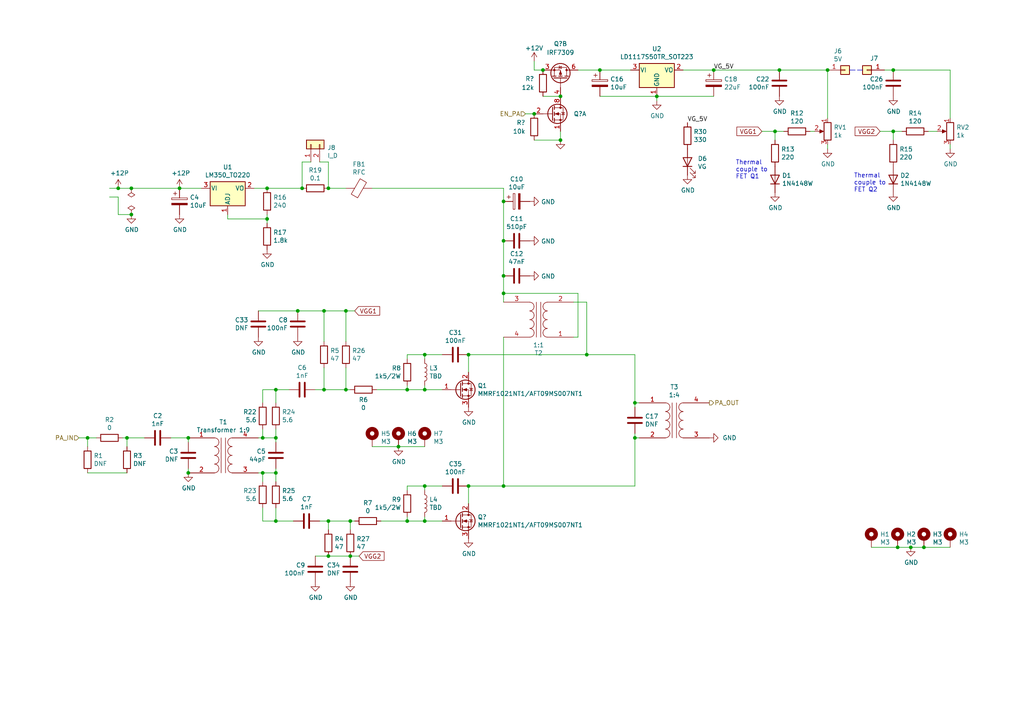
<source format=kicad_sch>
(kicad_sch (version 20211123) (generator eeschema)
  (paper "A4")
  (title_block (title "DART-70 TRX") (date "2023-01-22") (rev "0") (company "HB9EGM") (comment 1 "A 4m Band SSB/CW Transceiver"))
  (lib_symbols
    (symbol "AFT09MS007NT1-Pushpull-rescue:CP-Device" (pin_numbers hide) (pin_names (offset 0.254))
      (property "Reference" "C" (at 0.635 2.54 0))
      (property "Value" "CP-Device" (at 0.635 -2.54 0))
      (symbol "CP-Device_0_1"
        (rectangle (start -2.286 0.508) (end 2.286 1.016))
        (polyline (pts (xy -1.778 2.286) (xy -0.762 2.286)))
        (polyline (pts (xy -1.27 2.794) (xy -1.27 1.778)))
        (rectangle (start 2.286 -0.508) (end -2.286 -1.016) (fill (type outline)))
      )
      (symbol "CP-Device_1_1"
        (pin passive line (at 0 3.81 270) (length 2.794) (name "~") (number "1"))
        (pin passive line (at 0 -3.81 90) (length 2.794) (name "~") (number "2"))
      )
    )
    (symbol "AFT09MS007NT1-Pushpull-rescue:Ferrite_Bead-Device" (pin_numbers hide) (pin_names (offset 0))
      (property "Reference" "FB" (at -3.81 0.635 90))
      (property "Value" "Ferrite_Bead-Device" (at 3.81 0 90))
      (symbol "Ferrite_Bead-Device_0_1"
        (polyline (pts (xy 0 -1.27) (xy 0 -1.2192)))
        (polyline (pts (xy 0 1.27) (xy 0 1.2954)))
        (polyline (pts (xy -2.7686 0.4064) (xy -1.7018 2.2606) (xy 2.7686 -0.3048) (xy 1.6764 -2.159) (xy -2.7686 0.4064)))
      )
      (symbol "Ferrite_Bead-Device_1_1"
        (pin passive line (at 0 3.81 270) (length 2.54) (name "~") (number "1"))
        (pin passive line (at 0 -3.81 90) (length 2.54) (name "~") (number "2"))
      )
    )
    (symbol "AFT09MS007NT1-Pushpull-rescue:R_POT-Device" (pin_names (offset 1.016) hide)
      (property "Reference" "RV" (at -4.445 0 90))
      (property "Value" "R_POT-Device" (at -2.54 0 90))
      (symbol "R_POT-Device_0_1"
        (polyline (pts (xy 2.54 0) (xy 1.524 0)))
        (polyline (pts (xy 1.143 0) (xy 2.286 0.508) (xy 2.286 -0.508) (xy 1.143 0)) (fill (type outline)))
        (rectangle (start 1.016 2.54) (end -1.016 -2.54) (stroke (width 0.254)))
      )
      (symbol "R_POT-Device_1_1"
        (pin passive line (at 0 3.81 270) (length 1.27) (name "1") (number "1"))
        (pin passive line (at 3.81 0 180) (length 1.27) (name "2") (number "2"))
        (pin passive line (at 0 -3.81 90) (length 1.27) (name "3") (number "3"))
      )
    )
    (symbol "Connector_Generic:Conn_01x01" (pin_names (offset 1.016) hide)
      (property "Reference" "J" (at 0 2.54 0))
      (property "Value" "Conn_01x01" (at 0 -2.54 0))
      (symbol "Conn_01x01_1_1"
        (rectangle (start -1.27 0.127) (end 0 -0.127) (stroke (width 0.1524)))
        (rectangle (start -1.27 1.27) (end 1.27 -1.27) (stroke (width 0.254)) (fill (type background)))
        (pin passive line (at -5.08 0 0) (length 3.81) (name "Pin_1") (number "1"))
      )
    )
    (symbol "Connector_Generic:Conn_01x02" (pin_names (offset 1.016) hide)
      (property "Reference" "J" (at 0 2.54 0))
      (property "Value" "Conn_01x02" (at 0 -5.08 0))
      (symbol "Conn_01x02_1_1"
        (rectangle (start -1.27 -2.413) (end 0 -2.667) (stroke (width 0.1524)))
        (rectangle (start -1.27 0.127) (end 0 -0.127) (stroke (width 0.1524)))
        (rectangle (start -1.27 1.27) (end 1.27 -3.81) (stroke (width 0.254)) (fill (type background)))
        (pin passive line (at -5.08 0 0) (length 3.81) (name "Pin_1") (number "1"))
        (pin passive line (at -5.08 -2.54 0) (length 3.81) (name "Pin_2") (number "2"))
      )
    )
    (symbol "Device:C" (pin_numbers hide) (pin_names (offset 0.254))
      (property "Reference" "C" (at 0.635 2.54 0))
      (property "Value" "C" (at 0.635 -2.54 0))
      (symbol "C_0_1"
        (polyline (pts (xy -2.032 -0.762) (xy 2.032 -0.762)) (stroke (width 0.508)))
        (polyline (pts (xy -2.032 0.762) (xy 2.032 0.762)) (stroke (width 0.508)))
      )
      (symbol "C_1_1"
        (pin passive line (at 0 3.81 270) (length 2.794) (name "~") (number "1"))
        (pin passive line (at 0 -3.81 90) (length 2.794) (name "~") (number "2"))
      )
    )
    (symbol "Device:L" (pin_numbers hide) (pin_names (offset 1.016) hide)
      (property "Reference" "L" (at -1.27 0 90))
      (property "Value" "L" (at 1.905 0 90))
      (symbol "L_0_1"
        (arc (start 0 -2.54) (mid 0.635 -1.905) (end 0 -1.27))
        (arc (start 0 -1.27) (mid 0.635 -0.635) (end 0 0))
        (arc (start 0 0) (mid 0.635 0.635) (end 0 1.27))
        (arc (start 0 1.27) (mid 0.635 1.905) (end 0 2.54))
      )
      (symbol "L_1_1"
        (pin passive line (at 0 3.81 270) (length 1.27) (name "1") (number "1"))
        (pin passive line (at 0 -3.81 90) (length 1.27) (name "2") (number "2"))
      )
    )
    (symbol "Device:LED" (pin_numbers hide) (pin_names (offset 1.016) hide)
      (property "Reference" "D" (at 0 2.54 0))
      (property "Value" "LED" (at 0 -2.54 0))
      (symbol "LED_0_1"
        (polyline (pts (xy -1.27 -1.27) (xy -1.27 1.27)) (stroke (width 0.254)))
        (polyline (pts (xy -1.27 0) (xy 1.27 0)))
        (polyline (pts (xy 1.27 -1.27) (xy 1.27 1.27) (xy -1.27 0) (xy 1.27 -1.27)) (stroke (width 0.254)))
        (polyline (pts (xy -3.048 -0.762) (xy -4.572 -2.286) (xy -3.81 -2.286) (xy -4.572 -2.286) (xy -4.572 -1.524)))
        (polyline (pts (xy -1.778 -0.762) (xy -3.302 -2.286) (xy -2.54 -2.286) (xy -3.302 -2.286) (xy -3.302 -1.524)))
      )
      (symbol "LED_1_1"
        (pin passive line (at -3.81 0 0) (length 2.54) (name "K") (number "1"))
        (pin passive line (at 3.81 0 180) (length 2.54) (name "A") (number "2"))
      )
    )
    (symbol "Device:Q_NMOS_GDS" (pin_names (offset 0) hide)
      (property "Reference" "Q" (at 5.08 1.27 0))
      (property "Value" "Q_NMOS_GDS" (at 5.08 -1.27 0))
      (symbol "Q_NMOS_GDS_0_1"
        (polyline (pts (xy 0.254 0) (xy -2.54 0)))
        (polyline (pts (xy 0.254 1.905) (xy 0.254 -1.905)) (stroke (width 0.254)))
        (polyline (pts (xy 0.762 -1.27) (xy 0.762 -2.286)) (stroke (width 0.254)))
        (polyline (pts (xy 0.762 0.508) (xy 0.762 -0.508)) (stroke (width 0.254)))
        (polyline (pts (xy 0.762 2.286) (xy 0.762 1.27)) (stroke (width 0.254)))
        (polyline (pts (xy 2.54 2.54) (xy 2.54 1.778)))
        (polyline (pts (xy 2.54 -2.54) (xy 2.54 0) (xy 0.762 0)))
        (polyline (pts (xy 0.762 -1.778) (xy 3.302 -1.778) (xy 3.302 1.778) (xy 0.762 1.778)))
        (polyline (pts (xy 1.016 0) (xy 2.032 0.381) (xy 2.032 -0.381) (xy 1.016 0)) (fill (type outline)))
        (polyline (pts (xy 2.794 0.508) (xy 2.921 0.381) (xy 3.683 0.381) (xy 3.81 0.254)))
        (polyline (pts (xy 3.302 0.381) (xy 2.921 -0.254) (xy 3.683 -0.254) (xy 3.302 0.381)))
        (circle (center 1.651 0) (radius 2.794) (stroke (width 0.254)))
        (circle (center 2.54 -1.778) (radius 0.254) (fill (type outline)))
        (circle (center 2.54 1.778) (radius 0.254) (fill (type outline)))
      )
      (symbol "Q_NMOS_GDS_1_1"
        (pin input line (at -5.08 0 0) (length 2.54) (name "G") (number "1"))
        (pin passive line (at 2.54 5.08 270) (length 2.54) (name "D") (number "2"))
        (pin passive line (at 2.54 -5.08 90) (length 2.54) (name "S") (number "3"))
      )
    )
    (symbol "Device:R" (pin_numbers hide) (pin_names (offset 0))
      (property "Reference" "R" (at 2.032 0 90))
      (property "Value" "R" (at 0 0 90))
      (symbol "R_0_1"
        (rectangle (start -1.016 -2.54) (end 1.016 2.54) (stroke (width 0.254)))
      )
      (symbol "R_1_1"
        (pin passive line (at 0 3.81 270) (length 1.27) (name "~") (number "1"))
        (pin passive line (at 0 -3.81 90) (length 1.27) (name "~") (number "2"))
      )
    )
    (symbol "Device:Transformer_1P_1S" (pin_names (offset 1.016) hide)
      (property "Reference" "T" (at 0 6.35 0))
      (property "Value" "Transformer_1P_1S" (at 0 -7.62 0))
      (symbol "Transformer_1P_1S_0_1"
        (arc (start -2.54 -5.0546) (mid -1.6599 -4.6901) (end -1.27 -3.81))
        (arc (start -2.54 -2.5146) (mid -1.6599 -2.1501) (end -1.27 -1.27))
        (arc (start -2.54 0.0254) (mid -1.6599 0.3899) (end -1.27 1.27))
        (arc (start -2.54 2.5654) (mid -1.6599 2.9299) (end -1.27 3.81))
        (arc (start -1.27 -3.81) (mid -1.642 -2.912) (end -2.54 -2.54))
        (arc (start -1.27 -1.27) (mid -1.642 -0.372) (end -2.54 0))
        (arc (start -1.27 1.27) (mid -1.642 2.168) (end -2.54 2.54))
        (arc (start -1.27 3.81) (mid -1.642 4.708) (end -2.54 5.08))
        (polyline (pts (xy -0.635 5.08) (xy -0.635 -5.08)))
        (polyline (pts (xy 0.635 -5.08) (xy 0.635 5.08)))
        (arc (start 1.2954 -1.27) (mid 1.6599 -2.1501) (end 2.54 -2.5146))
        (arc (start 1.2954 1.27) (mid 1.6599 0.3899) (end 2.54 0.0254))
        (arc (start 1.2954 3.81) (mid 1.6599 2.9299) (end 2.54 2.5654))
        (arc (start 1.3208 -3.81) (mid 1.6853 -4.6901) (end 2.5654 -5.0546))
        (arc (start 2.54 0) (mid 1.642 -0.372) (end 1.2954 -1.27))
        (arc (start 2.54 2.54) (mid 1.642 2.168) (end 1.2954 1.27))
        (arc (start 2.54 5.08) (mid 1.642 4.708) (end 1.2954 3.81))
        (arc (start 2.5654 -2.54) (mid 1.6674 -2.912) (end 1.3208 -3.81))
      )
      (symbol "Transformer_1P_1S_1_1"
        (pin passive line (at -10.16 5.08 0) (length 7.62) (name "AA") (number "1"))
        (pin passive line (at -10.16 -5.08 0) (length 7.62) (name "AB") (number "2"))
        (pin passive line (at 10.16 -5.08 180) (length 7.62) (name "SA") (number "3"))
        (pin passive line (at 10.16 5.08 180) (length 7.62) (name "SB") (number "4"))
      )
    )
    (symbol "Diode:1N4148W" (pin_numbers hide) (pin_names hide)
      (property "Reference" "D" (at 0 2.54 0))
      (property "Value" "1N4148W" (at 0 -2.54 0))
      (symbol "1N4148W_0_1"
        (polyline (pts (xy -1.27 1.27) (xy -1.27 -1.27)) (stroke (width 0.254)))
        (polyline (pts (xy 1.27 0) (xy -1.27 0)))
        (polyline (pts (xy 1.27 1.27) (xy 1.27 -1.27) (xy -1.27 0) (xy 1.27 1.27)) (stroke (width 0.254)))
      )
      (symbol "1N4148W_1_1"
        (pin passive line (at -3.81 0 0) (length 2.54) (name "K") (number "1"))
        (pin passive line (at 3.81 0 180) (length 2.54) (name "A") (number "2"))
      )
    )
    (symbol "Mechanical:MountingHole_Pad" (pin_numbers hide) (pin_names (offset 1.016) hide)
      (property "Reference" "H" (at 0 6.35 0))
      (property "Value" "MountingHole_Pad" (at 0 4.445 0))
      (symbol "MountingHole_Pad_0_1"
        (circle (center 0 1.27) (radius 1.27) (stroke (width 1.27)))
      )
      (symbol "MountingHole_Pad_1_1"
        (pin input line (at 0 -2.54 90) (length 2.54) (name "1") (number "1"))
      )
    )
    (symbol "Regulator_Linear:LD1117S50TR_SOT223" (pin_names (offset 0.254))
      (property "Reference" "U" (at -3.81 3.175 0))
      (property "Value" "LD1117S50TR_SOT223" (at 0 3.175 0))
      (symbol "LD1117S50TR_SOT223_0_1"
        (rectangle (start -5.08 -5.08) (end 5.08 1.905) (stroke (width 0.254)) (fill (type background)))
      )
      (symbol "LD1117S50TR_SOT223_1_1"
        (pin power_in line (at 0 -7.62 90) (length 2.54) (name "GND") (number "1"))
        (pin power_out line (at 7.62 0 180) (length 2.54) (name "VO") (number "2"))
        (pin power_in line (at -7.62 0 0) (length 2.54) (name "VI") (number "3"))
      )
    )
    (symbol "Regulator_Linear:LM350_TO220" (pin_names (offset 0.254))
      (property "Reference" "U" (at -3.81 3.175 0))
      (property "Value" "LM350_TO220" (at 0 3.175 0))
      (symbol "LM350_TO220_0_1"
        (rectangle (start -5.08 1.905) (end 5.08 -5.08) (stroke (width 0.254)) (fill (type background)))
      )
      (symbol "LM350_TO220_1_1"
        (pin input line (at 0 -7.62 90) (length 2.54) (name "ADJ") (number "1"))
        (pin power_out line (at 7.62 0 180) (length 2.54) (name "VO") (number "2"))
        (pin power_in line (at -7.62 0 0) (length 2.54) (name "VI") (number "3"))
      )
    )
    (symbol "Transistor_FET:IRF7309IPBF" (pin_names hide)
      (property "Reference" "Q" (at 5.08 1.905 0))
      (property "Value" "IRF7309IPBF" (at 5.08 0 0))
      (symbol "IRF7309IPBF_0_1"
        (polyline (pts (xy 0.254 0) (xy -2.54 0)))
        (polyline (pts (xy 0.254 1.905) (xy 0.254 -1.905)) (stroke (width 0.254)))
        (polyline (pts (xy 0.762 -1.27) (xy 0.762 -2.286)) (stroke (width 0.254)))
        (polyline (pts (xy 0.762 0.508) (xy 0.762 -0.508)) (stroke (width 0.254)))
        (polyline (pts (xy 0.762 2.286) (xy 0.762 1.27)) (stroke (width 0.254)))
        (polyline (pts (xy 2.54 2.54) (xy 2.54 1.778)))
        (polyline (pts (xy 2.54 -2.54) (xy 2.54 0) (xy 0.762 0)))
        (polyline (pts (xy 0.762 -1.778) (xy 3.302 -1.778) (xy 3.302 1.778) (xy 0.762 1.778)))
        (circle (center 1.651 0) (radius 2.794) (stroke (width 0.254)))
        (circle (center 2.54 -1.778) (radius 0.254) (fill (type outline)))
        (circle (center 2.54 1.778) (radius 0.254) (fill (type outline)))
      )
      (symbol "IRF7309IPBF_1_1"
        (polyline (pts (xy 1.016 0) (xy 2.032 0.381) (xy 2.032 -0.381) (xy 1.016 0)) (fill (type outline)))
        (polyline (pts (xy 2.794 0.508) (xy 2.921 0.381) (xy 3.683 0.381) (xy 3.81 0.254)))
        (polyline (pts (xy 3.302 0.381) (xy 2.921 -0.254) (xy 3.683 -0.254) (xy 3.302 0.381)))
        (pin passive line (at 2.54 -5.08 90) (length 2.54) (name "S") (number "1"))
        (pin input line (at -5.08 0 0) (length 2.54) (name "G") (number "2"))
        (pin passive line (at 2.54 5.08 270) (length 2.54) hide (name "D") (number "7"))
        (pin passive line (at 2.54 5.08 270) (length 2.54) (name "D") (number "8"))
      )
      (symbol "IRF7309IPBF_2_1"
        (polyline (pts (xy 2.286 0) (xy 1.27 0.381) (xy 1.27 -0.381) (xy 2.286 0)) (fill (type outline)))
        (polyline (pts (xy 2.794 -0.508) (xy 2.921 -0.381) (xy 3.683 -0.381) (xy 3.81 -0.254)))
        (polyline (pts (xy 3.302 -0.381) (xy 2.921 0.254) (xy 3.683 0.254) (xy 3.302 -0.381)))
        (pin passive line (at 2.54 -5.08 90) (length 2.54) (name "1") (number "3"))
        (pin input line (at -5.08 0 0) (length 2.54) (name "G") (number "4"))
        (pin passive line (at 2.54 5.08 270) (length 2.54) hide (name "D") (number "5"))
        (pin passive line (at 2.54 5.08 270) (length 2.54) (name "D") (number "6"))
      )
    )
    (symbol "power:+12P" (power) (pin_names (offset 0))
      (property "Value" "+12P" (at 0 3.556 0))
      (symbol "+12P_0_1"
        (polyline (pts (xy -0.762 1.27) (xy 0 2.54)))
        (polyline (pts (xy 0 0) (xy 0 2.54)))
        (polyline (pts (xy 0 2.54) (xy 0.762 1.27)))
      )
      (symbol "+12P_1_1"
        (pin power_in line (at 0 0 90) (length 0) hide (name "+12P") (number "1"))
      )
    )
    (symbol "power:+12V" (power) (pin_names (offset 0))
      (property "Value" "+12V" (at 0 3.556 0))
      (symbol "+12V_0_1"
        (polyline (pts (xy -0.762 1.27) (xy 0 2.54)))
        (polyline (pts (xy 0 0) (xy 0 2.54)))
        (polyline (pts (xy 0 2.54) (xy 0.762 1.27)))
      )
      (symbol "+12V_1_1"
        (pin power_in line (at 0 0 90) (length 0) hide (name "+12V") (number "1"))
      )
    )
    (symbol "power:GND" (power) (pin_names (offset 0))
      (property "Value" "GND" (at 0 -3.81 0))
      (symbol "GND_0_1"
        (polyline (pts (xy 0 0) (xy 0 -1.27) (xy 1.27 -1.27) (xy 0 -2.54) (xy -1.27 -1.27) (xy 0 -1.27)))
      )
      (symbol "GND_1_1"
        (pin power_in line (at 0 0 270) (length 0) hide (name "GND") (number "1"))
      )
    )
    (symbol "power:GNDA" (power) (pin_names (offset 0))
      (property "Value" "GNDA" (at 0 -3.81 0))
      (symbol "GNDA_0_1"
        (polyline (pts (xy 0 0) (xy 0 -1.27) (xy 1.27 -1.27) (xy 0 -2.54) (xy -1.27 -1.27) (xy 0 -1.27)))
      )
      (symbol "GNDA_1_1"
        (pin power_in line (at 0 0 270) (length 0) hide (name "GNDA") (number "1"))
      )
    )
    (symbol "power:PWR_FLAG" (power) (pin_numbers hide) (pin_names (offset 0) hide)
      (property "Value" "PWR_FLAG" (at 0 3.81 0))
      (symbol "PWR_FLAG_0_0"
        (pin power_out line (at 0 0 90) (length 0) (name "pwr") (number "1"))
      )
      (symbol "PWR_FLAG_0_1"
        (polyline (pts (xy 0 0) (xy 0 1.27) (xy -1.016 1.905) (xy 0 2.54) (xy 1.016 1.905) (xy 0 1.27)))
      )
    )
  )
  (junction (at 259.08 20.32))
  (junction (at 100.33 113.03))
  (junction (at 118.11 113.03))
  (junction (at 146.05 140.97))
  (junction (at 87.63 54.61))
  (junction (at 260.35 158.75))
  (junction (at 184.15 116.84))
  (junction (at 154.94 33.02))
  (junction (at 93.98 90.17))
  (junction (at 146.05 58.42))
  (junction (at 162.56 40.64))
  (junction (at 86.36 90.17))
  (junction (at 190.5 27.94))
  (junction (at 264.16 158.75))
  (junction (at 115.57 129.54))
  (junction (at 36.83 127))
  (junction (at 100.33 90.17))
  (junction (at 146.05 80.01))
  (junction (at 259.08 38.1))
  (junction (at 240.03 20.32))
  (junction (at 170.18 102.87))
  (junction (at 135.89 140.97))
  (junction (at 184.15 127))
  (junction (at 80.01 113.03))
  (junction (at 54.61 137.16))
  (junction (at 123.19 102.87))
  (junction (at 123.19 151.13))
  (junction (at 118.11 151.13))
  (junction (at 34.29 54.61))
  (junction (at 224.79 38.1))
  (junction (at 80.01 137.16))
  (junction (at 95.25 54.61))
  (junction (at 95.25 151.13))
  (junction (at 267.97 158.75))
  (junction (at 76.2 137.16))
  (junction (at 135.89 102.87))
  (junction (at 146.05 69.85))
  (junction (at 38.1 54.61))
  (junction (at 80.01 151.13))
  (junction (at 93.98 113.03))
  (junction (at 77.47 63.5))
  (junction (at 52.07 54.61))
  (junction (at 123.19 113.03))
  (junction (at 95.25 161.29))
  (junction (at 157.48 20.32))
  (junction (at 54.61 127))
  (junction (at 207.01 20.32))
  (junction (at 146.05 85.09))
  (junction (at 101.6 161.29))
  (junction (at 173.99 20.32))
  (junction (at 25.4 127))
  (junction (at 77.47 54.61))
  (junction (at 226.06 20.32))
  (junction (at 80.01 127))
  (junction (at 38.1 62.23))
  (junction (at 162.56 27.94))
  (junction (at 101.6 151.13))
  (junction (at 123.19 140.97))
  (junction (at 76.2 127))
  (wire (pts (xy 100.33 99.06) (xy 100.33 90.17)))
  (wire (pts (xy 93.98 113.03) (xy 93.98 106.68)))
  (wire (pts (xy 166.37 87.63) (xy 170.18 87.63)))
  (wire (pts (xy 80.01 124.46) (xy 80.01 127)))
  (wire (pts (xy 34.29 57.15) (xy 31.75 57.15)))
  (wire (pts (xy 76.2 139.7) (xy 76.2 137.16)))
  (wire (pts (xy 101.6 151.13) (xy 95.25 151.13)))
  (wire (pts (xy 76.2 137.16) (xy 74.93 137.16)))
  (wire (pts (xy 80.01 139.7) (xy 80.01 137.16)))
  (wire (pts (xy 146.05 97.79) (xy 146.05 140.97)))
  (wire (pts (xy 123.19 140.97) (xy 118.11 140.97)))
  (wire (pts (xy 83.82 113.03) (xy 80.01 113.03)))
  (wire (pts (xy 259.08 38.1) (xy 261.62 38.1)))
  (wire (pts (xy 198.12 20.32) (xy 207.01 20.32)))
  (wire (pts (xy 135.89 140.97) (xy 146.05 140.97)))
  (wire (pts (xy 100.33 113.03) (xy 101.6 113.03)))
  (wire (pts (xy 146.05 54.61) (xy 146.05 58.42)))
  (wire (pts (xy 152.4 33.02) (xy 154.94 33.02)))
  (wire (pts (xy 275.59 34.29) (xy 275.59 20.32)))
  (wire (pts (xy 184.15 125.73) (xy 184.15 127)))
  (wire (pts (xy 123.19 113.03) (xy 128.27 113.03)))
  (wire (pts (xy 95.25 161.29) (xy 101.6 161.29)))
  (wire (pts (xy 101.6 161.29) (xy 104.14 161.29)))
  (wire (pts (xy 260.35 158.75) (xy 264.16 158.75)))
  (wire (pts (xy 93.98 99.06) (xy 93.98 90.17)))
  (wire (pts (xy 184.15 116.84) (xy 184.15 118.11)))
  (wire (pts (xy 157.48 27.94) (xy 162.56 27.94)))
  (wire (pts (xy 92.71 46.99) (xy 95.25 46.99)))
  (wire (pts (xy 123.19 111.76) (xy 123.19 113.03)))
  (wire (pts (xy 173.99 20.32) (xy 167.64 20.32)))
  (wire (pts (xy 118.11 111.76) (xy 118.11 113.03)))
  (wire (pts (xy 123.19 104.14) (xy 123.19 102.87)))
  (wire (pts (xy 102.87 90.17) (xy 100.33 90.17)))
  (wire (pts (xy 128.27 140.97) (xy 123.19 140.97)))
  (wire (pts (xy 162.56 38.1) (xy 162.56 40.64)))
  (wire (pts (xy 34.29 57.15) (xy 34.29 62.23)))
  (wire (pts (xy 76.2 113.03) (xy 80.01 113.03)))
  (wire (pts (xy 52.07 54.61) (xy 58.42 54.61)))
  (wire (pts (xy 80.01 127) (xy 76.2 127)))
  (wire (pts (xy 34.29 54.61) (xy 38.1 54.61)))
  (wire (pts (xy 22.86 127) (xy 25.4 127)))
  (wire (pts (xy 166.37 97.79) (xy 167.64 97.79)))
  (wire (pts (xy 36.83 129.54) (xy 36.83 127)))
  (wire (pts (xy 25.4 127) (xy 27.94 127)))
  (wire (pts (xy 93.98 90.17) (xy 86.36 90.17)))
  (wire (pts (xy 267.97 158.75) (xy 275.59 158.75)))
  (wire (pts (xy 66.04 63.5) (xy 77.47 63.5)))
  (wire (pts (xy 80.01 135.89) (xy 80.01 137.16)))
  (wire (pts (xy 173.99 27.94) (xy 190.5 27.94)))
  (wire (pts (xy 162.56 40.64) (xy 154.94 40.64)))
  (wire (pts (xy 66.04 63.5) (xy 66.04 62.23)))
  (wire (pts (xy 73.66 54.61) (xy 77.47 54.61)))
  (wire (pts (xy 107.95 54.61) (xy 146.05 54.61)))
  (wire (pts (xy 256.54 20.32) (xy 259.08 20.32)))
  (wire (pts (xy 36.83 137.16) (xy 25.4 137.16)))
  (wire (pts (xy 259.08 40.64) (xy 259.08 38.1)))
  (wire (pts (xy 123.19 151.13) (xy 128.27 151.13)))
  (wire (pts (xy 100.33 90.17) (xy 93.98 90.17)))
  (wire (pts (xy 49.53 127) (xy 54.61 127)))
  (wire (pts (xy 80.01 113.03) (xy 80.01 116.84)))
  (polyline (pts (xy 246.38 20.32) (xy 250.19 20.32)))
  (wire (pts (xy 95.25 54.61) (xy 95.25 46.99)))
  (wire (pts (xy 123.19 142.24) (xy 123.19 140.97)))
  (wire (pts (xy 135.89 107.95) (xy 135.89 102.87)))
  (wire (pts (xy 264.16 158.75) (xy 267.97 158.75)))
  (wire (pts (xy 80.01 137.16) (xy 76.2 137.16)))
  (wire (pts (xy 240.03 34.29) (xy 240.03 20.32)))
  (wire (pts (xy 224.79 40.64) (xy 224.79 38.1)))
  (wire (pts (xy 101.6 153.67) (xy 101.6 151.13)))
  (wire (pts (xy 123.19 102.87) (xy 118.11 102.87)))
  (wire (pts (xy 54.61 135.89) (xy 54.61 137.16)))
  (wire (pts (xy 35.56 127) (xy 36.83 127)))
  (wire (pts (xy 76.2 116.84) (xy 76.2 113.03)))
  (wire (pts (xy 76.2 127) (xy 74.93 127)))
  (wire (pts (xy 95.25 54.61) (xy 100.33 54.61)))
  (wire (pts (xy 207.01 20.32) (xy 226.06 20.32)))
  (wire (pts (xy 91.44 161.29) (xy 95.25 161.29)))
  (wire (pts (xy 115.57 129.54) (xy 123.19 129.54)))
  (wire (pts (xy 109.22 113.03) (xy 118.11 113.03)))
  (wire (pts (xy 275.59 43.18) (xy 275.59 41.91)))
  (wire (pts (xy 76.2 124.46) (xy 76.2 127)))
  (wire (pts (xy 190.5 27.94) (xy 207.01 27.94)))
  (wire (pts (xy 118.11 151.13) (xy 123.19 151.13)))
  (wire (pts (xy 118.11 149.86) (xy 118.11 151.13)))
  (wire (pts (xy 135.89 102.87) (xy 170.18 102.87)))
  (wire (pts (xy 118.11 113.03) (xy 123.19 113.03)))
  (wire (pts (xy 252.73 158.75) (xy 260.35 158.75)))
  (wire (pts (xy 269.24 38.1) (xy 271.78 38.1)))
  (wire (pts (xy 224.79 38.1) (xy 220.98 38.1)))
  (wire (pts (xy 128.27 102.87) (xy 123.19 102.87)))
  (wire (pts (xy 80.01 128.27) (xy 80.01 127)))
  (wire (pts (xy 77.47 64.77) (xy 77.47 63.5)))
  (wire (pts (xy 77.47 63.5) (xy 77.47 62.23)))
  (wire (pts (xy 34.29 54.61) (xy 31.75 54.61)))
  (wire (pts (xy 76.2 151.13) (xy 76.2 147.32)))
  (wire (pts (xy 240.03 43.18) (xy 240.03 41.91)))
  (wire (pts (xy 184.15 127) (xy 185.42 127)))
  (wire (pts (xy 227.33 38.1) (xy 224.79 38.1)))
  (wire (pts (xy 146.05 80.01) (xy 146.05 85.09)))
  (wire (pts (xy 190.5 29.21) (xy 190.5 27.94)))
  (wire (pts (xy 25.4 129.54) (xy 25.4 127)))
  (wire (pts (xy 36.83 127) (xy 41.91 127)))
  (wire (pts (xy 255.27 38.1) (xy 259.08 38.1)))
  (wire (pts (xy 135.89 140.97) (xy 135.89 146.05)))
  (wire (pts (xy 93.98 113.03) (xy 100.33 113.03)))
  (wire (pts (xy 167.64 97.79) (xy 167.64 85.09)))
  (wire (pts (xy 95.25 153.67) (xy 95.25 151.13)))
  (wire (pts (xy 77.47 54.61) (xy 87.63 54.61)))
  (wire (pts (xy 154.94 17.78) (xy 154.94 20.32)))
  (wire (pts (xy 184.15 116.84) (xy 184.15 102.87)))
  (wire (pts (xy 167.64 85.09) (xy 146.05 85.09)))
  (wire (pts (xy 95.25 151.13) (xy 92.71 151.13)))
  (wire (pts (xy 102.87 151.13) (xy 101.6 151.13)))
  (wire (pts (xy 154.94 20.32) (xy 157.48 20.32)))
  (wire (pts (xy 184.15 140.97) (xy 184.15 127)))
  (wire (pts (xy 170.18 87.63) (xy 170.18 102.87)))
  (wire (pts (xy 146.05 140.97) (xy 184.15 140.97)))
  (wire (pts (xy 184.15 102.87) (xy 170.18 102.87)))
  (wire (pts (xy 275.59 20.32) (xy 259.08 20.32)))
  (wire (pts (xy 146.05 85.09) (xy 146.05 87.63)))
  (wire (pts (xy 107.95 129.54) (xy 115.57 129.54)))
  (wire (pts (xy 80.01 151.13) (xy 80.01 147.32)))
  (wire (pts (xy 240.03 20.32) (xy 226.06 20.32)))
  (wire (pts (xy 54.61 128.27) (xy 54.61 127)))
  (wire (pts (xy 234.95 38.1) (xy 236.22 38.1)))
  (wire (pts (xy 118.11 102.87) (xy 118.11 104.14)))
  (wire (pts (xy 146.05 58.42) (xy 146.05 69.85)))
  (wire (pts (xy 118.11 140.97) (xy 118.11 142.24)))
  (wire (pts (xy 110.49 151.13) (xy 118.11 151.13)))
  (wire (pts (xy 173.99 20.32) (xy 182.88 20.32)))
  (wire (pts (xy 185.42 116.84) (xy 184.15 116.84)))
  (wire (pts (xy 38.1 54.61) (xy 52.07 54.61)))
  (wire (pts (xy 100.33 106.68) (xy 100.33 113.03)))
  (wire (pts (xy 146.05 69.85) (xy 146.05 80.01)))
  (wire (pts (xy 90.17 46.99) (xy 87.63 46.99)))
  (wire (pts (xy 85.09 151.13) (xy 80.01 151.13)))
  (wire (pts (xy 80.01 151.13) (xy 76.2 151.13)))
  (wire (pts (xy 123.19 149.86) (xy 123.19 151.13)))
  (wire (pts (xy 87.63 46.99) (xy 87.63 54.61)))
  (wire (pts (xy 34.29 62.23) (xy 38.1 62.23)))
  (wire (pts (xy 91.44 113.03) (xy 93.98 113.03)))
  (wire (pts (xy 74.93 90.17) (xy 86.36 90.17)))
  (text "Thermal\ncouple to\nFET Q2" (at 247.65 55.88 0) (effects (font (size 1.27 1.27)) (justify left bottom)))
  (text "Thermal\ncouple to\nFET Q1" (at 213.36 52.07 0) (effects (font (size 1.27 1.27)) (justify left bottom)))
  (text "TODO\nReview passives' values for 70MHz" (at 12.7 -3.81 0) (effects (font (size 3 3)) (justify left bottom)))
  (label "VG_5V" (at 207.01 20.32 0))
  (label "VG_5V" (at 199.39 35.56 0))
  (global_label "VGG2" (shape input) (at 104.14 161.29 0) (property "Intersheet References" "${INTERSHEET_REFS}" (effects hide)))
  (global_label "VGG1" (shape input) (at 102.87 90.17 0) (property "Intersheet References" "${INTERSHEET_REFS}" (effects hide)))
  (global_label "VGG2" (shape input) (at 255.27 38.1 180) (property "Intersheet References" "${INTERSHEET_REFS}" (effects hide)))
  (global_label "VGG1" (shape input) (at 220.98 38.1 180) (property "Intersheet References" "${INTERSHEET_REFS}" (effects hide)))
  (hierarchical_label "EN_PA" (shape input) (at 152.4 33.02 180))
  (hierarchical_label "PA_OUT" (shape output) (at 205.74 116.84 0))
  (hierarchical_label "PA_IN" (shape input) (at 22.86 127 180))
  (symbol (lib_id "Device:R") (at 224.79 44.45 0) (unit 1)
    (property "Reference" "R13" (at 226.568 43.2816 0) (effects (justify left)))
    (property "Value" "220" (at 226.568 45.593 0) (effects (justify left)))
    (property "Footprint" "Resistor_SMD:R_0805_2012Metric" (effects hide))
  )
  (symbol (lib_id "Device:Transformer_1P_1S") (at 195.58 121.92 0) (unit 1)
    (property "Reference" "T3" (at 195.58 112.2426 0))
    (property "Value" "1:4" (at 195.58 114.554 0))
    (property "Footprint" "mmrf1021-pa:four_4mm_pads" (effects hide))
  )
  (symbol (lib_id "power:GND") (at 38.1 62.23 0) (unit 1)
    (property "Reference" "#PWR04" (effects hide))
    (property "Value" "GND" (at 38.227 66.6242 0))
  )
  (symbol (lib_id "Device:C") (at 184.15 121.92 180) (unit 1)
    (property "Reference" "C17" (at 187.071 120.7516 0) (effects (justify right)))
    (property "Value" "DNF" (at 187.071 123.063 0) (effects (justify right)))
    (property "Footprint" "mmrf1021-pa:two_2mm_pads" (effects hide))
  )
  (symbol (lib_id "Device:C") (at 45.72 127 270) (unit 1)
    (property "Reference" "C2" (at 45.72 120.5992 90))
    (property "Value" "1nF" (at 45.72 122.9106 90))
    (property "Footprint" "Capacitor_SMD:C_0805_2012Metric" (effects hide))
    (property "MPN" "VJ0805A102GXXPW1BC" (effects hide))
  )
  (symbol (lib_id "power:PWR_FLAG") (at 38.1 62.23 0) (unit 1)
    (property "Reference" "#FLG02" (effects hide))
    (property "Value" "PWR_FLAG" (effects hide))
  )
  (symbol (lib_id "power:PWR_FLAG") (at 38.1 54.61 180) (unit 1)
    (property "Reference" "#FLG01" (effects hide))
    (property "Value" "PWR_FLAG" (effects hide))
  )
  (symbol (lib_id "AFT09MS007NT1-Pushpull-rescue:R_POT-Device") (at 240.03 38.1 0) (mirror y) (unit 1)
    (property "Reference" "RV1" (at 241.808 36.9316 0) (effects (justify right)))
    (property "Value" "1k" (at 241.808 39.243 0) (effects (justify right)))
    (property "Footprint" "Potentiometer_SMD:Potentiometer_Bourns_3214W_Vertical" (effects hide))
    (property "MPN" "Bourns 3214W-1-102E" (effects hide))
  )
  (symbol (lib_id "Device:C") (at 226.06 24.13 180) (unit 1)
    (property "Reference" "C22" (at 223.1644 22.9616 0) (effects (justify left)))
    (property "Value" "100nF" (at 223.1644 25.273 0) (effects (justify left)))
    (property "Footprint" "Capacitor_SMD:C_0805_2012Metric" (effects hide))
    (property "MPN" "GRM188R71H104KA93D" (effects hide))
  )
  (symbol (lib_id "power:GND") (at 226.06 27.94 0) (unit 1)
    (property "Reference" "#PWR023" (effects hide))
    (property "Value" "GND" (at 226.187 32.3342 0))
  )
  (symbol (lib_id "Mechanical:MountingHole_Pad") (at 252.73 156.21 0) (unit 1)
    (property "Reference" "H1" (at 255.27 154.9654 0) (effects (justify left)))
    (property "Value" "M3" (at 255.27 157.2768 0) (effects (justify left)))
    (property "Footprint" "MountingHole:MountingHole_3.2mm_M3_DIN965_Pad" (effects hide))
  )
  (symbol (lib_id "Mechanical:MountingHole_Pad") (at 260.35 156.21 0) (unit 1)
    (property "Reference" "H2" (at 262.89 154.9654 0) (effects (justify left)))
    (property "Value" "M3" (at 262.89 157.2768 0) (effects (justify left)))
    (property "Footprint" "MountingHole:MountingHole_3.2mm_M3_DIN965_Pad" (effects hide))
  )
  (symbol (lib_id "Mechanical:MountingHole_Pad") (at 267.97 156.21 0) (unit 1)
    (property "Reference" "H3" (at 270.51 154.9654 0) (effects (justify left)))
    (property "Value" "M3" (at 270.51 157.2768 0) (effects (justify left)))
    (property "Footprint" "MountingHole:MountingHole_3.2mm_M3_DIN965_Pad" (effects hide))
  )
  (symbol (lib_id "Mechanical:MountingHole_Pad") (at 275.59 156.21 0) (unit 1)
    (property "Reference" "H4" (at 278.13 154.9654 0) (effects (justify left)))
    (property "Value" "M3" (at 278.13 157.2768 0) (effects (justify left)))
    (property "Footprint" "MountingHole:MountingHole_3.2mm_M3_DIN965_Pad" (effects hide))
  )
  (symbol (lib_id "power:GND") (at 264.16 158.75 0) (unit 1)
    (property "Reference" "#PWR08" (effects hide))
    (property "Value" "GND" (at 264.287 163.1442 0))
  )
  (symbol (lib_id "Diode:1N4148W") (at 224.79 52.07 90) (unit 1)
    (property "Reference" "D1" (at 226.822 50.9016 90) (effects (justify right)))
    (property "Value" "1N4148W" (at 226.822 53.213 90) (effects (justify right)))
    (property "Footprint" "Diode_SMD:D_SOD-123F" (effects hide))
  )
  (symbol (lib_id "power:GND") (at 224.79 55.88 0) (unit 1)
    (property "Reference" "#PWR024" (effects hide))
    (property "Value" "GND" (at 224.917 60.2742 0))
  )
  (symbol (lib_id "Mechanical:MountingHole_Pad") (at 123.19 127 0) (unit 1)
    (property "Reference" "H7" (at 125.73 125.7554 0) (effects (justify left)))
    (property "Value" "M3" (at 125.73 128.0668 0) (effects (justify left)))
    (property "Footprint" "MountingHole:MountingHole_3.2mm_M3_DIN965_Pad" (effects hide))
  )
  (symbol (lib_id "power:+12P") (at 34.29 54.61 0) (unit 1)
    (property "Reference" "#PWR02" (effects hide))
    (property "Value" "+12P" (at 34.671 50.2158 0))
  )
  (symbol (lib_id "Device:R") (at 100.33 102.87 0) (unit 1)
    (property "Reference" "R26" (at 102.108 101.7016 0) (effects (justify left)))
    (property "Value" "47" (at 102.108 104.013 0) (effects (justify left)))
    (property "Footprint" "Resistor_SMD:R_0805_2012Metric" (effects hide))
  )
  (symbol (lib_id "Device:R") (at 101.6 157.48 0) (unit 1)
    (property "Reference" "R27" (at 103.378 156.3116 0) (effects (justify left)))
    (property "Value" "47" (at 103.378 158.623 0) (effects (justify left)))
    (property "Footprint" "Resistor_SMD:R_0805_2012Metric" (effects hide))
  )
  (symbol (lib_id "Device:R") (at 80.01 143.51 0) (unit 1)
    (property "Reference" "R25" (at 81.788 142.3416 0) (effects (justify left)))
    (property "Value" "5.6" (at 81.788 144.653 0) (effects (justify left)))
    (property "Footprint" "Resistor_SMD:R_0805_2012Metric" (effects hide))
  )
  (symbol (lib_id "Device:R") (at 76.2 143.51 0) (unit 1)
    (property "Reference" "R23" (at 74.4474 142.3416 0) (effects (justify right)))
    (property "Value" "5.6" (at 74.4474 144.653 0) (effects (justify right)))
    (property "Footprint" "Resistor_SMD:R_0805_2012Metric" (effects hide))
  )
  (symbol (lib_id "Device:Transformer_1P_1S") (at 64.77 132.08 0) (unit 1)
    (property "Reference" "T1" (at 64.77 122.4026 0))
    (property "Value" "Transformer 1:9" (at 64.77 124.714 0))
    (property "Footprint" "mmrf1021-pa:four_4mm_pads_narrow" (effects hide))
  )
  (symbol (lib_id "power:GND") (at 54.61 137.16 0) (unit 1)
    (property "Reference" "#PWR03" (effects hide))
    (property "Value" "GND" (at 54.737 141.5542 0))
  )
  (symbol (lib_id "Device:C") (at 54.61 132.08 180) (unit 1)
    (property "Reference" "C3" (at 51.7144 130.9116 0) (effects (justify left)))
    (property "Value" "DNF" (at 51.7144 133.223 0) (effects (justify left)))
    (property "Footprint" "Capacitor_SMD:C_0805_2012Metric" (effects hide))
  )
  (symbol (lib_id "Device:R") (at 80.01 120.65 0) (unit 1)
    (property "Reference" "R24" (at 81.788 119.4816 0) (effects (justify left)))
    (property "Value" "5.6" (at 81.788 121.793 0) (effects (justify left)))
    (property "Footprint" "Resistor_SMD:R_0805_2012Metric" (effects hide))
  )
  (symbol (lib_id "Device:R") (at 76.2 120.65 0) (unit 1)
    (property "Reference" "R22" (at 74.4474 119.4816 0) (effects (justify right)))
    (property "Value" "5.6" (at 74.4474 121.793 0) (effects (justify right)))
    (property "Footprint" "Resistor_SMD:R_0805_2012Metric" (effects hide))
  )
  (symbol (lib_id "Device:C") (at 80.01 132.08 180) (unit 1)
    (property "Reference" "C5" (at 77.1144 130.9116 0) (effects (justify left)))
    (property "Value" "44pF" (at 77.1144 133.223 0) (effects (justify left)))
    (property "Footprint" "Capacitor_SMD:C_0805_2012Metric" (effects hide))
  )
  (symbol (lib_id "Device:C") (at 87.63 113.03 90) (unit 1)
    (property "Reference" "C6" (at 87.63 106.6292 90))
    (property "Value" "1nF" (at 87.63 108.9406 90))
    (property "Footprint" "Capacitor_SMD:C_0805_2012Metric" (effects hide))
    (property "MPN" "VJ0805A102GXXPW1BC" (effects hide))
  )
  (symbol (lib_id "Device:C") (at 88.9 151.13 90) (unit 1)
    (property "Reference" "C7" (at 88.9 144.7292 90))
    (property "Value" "1nF" (at 88.9 147.0406 90))
    (property "Footprint" "Capacitor_SMD:C_0805_2012Metric" (effects hide))
    (property "MPN" "VJ0805A102GXXPW1BC" (effects hide))
  )
  (symbol (lib_id "Device:R") (at 93.98 102.87 0) (unit 1)
    (property "Reference" "R5" (at 95.758 101.7016 0) (effects (justify left)))
    (property "Value" "47" (at 95.758 104.013 0) (effects (justify left)))
    (property "Footprint" "Resistor_SMD:R_0805_2012Metric" (effects hide))
  )
  (symbol (lib_id "Device:C") (at 86.36 93.98 180) (unit 1)
    (property "Reference" "C8" (at 83.4644 92.8116 0) (effects (justify left)))
    (property "Value" "100nF" (at 83.4644 95.123 0) (effects (justify left)))
    (property "Footprint" "Capacitor_SMD:C_0805_2012Metric" (effects hide))
    (property "MPN" "GRM188R71H104KA93D" (effects hide))
  )
  (symbol (lib_id "power:GND") (at 86.36 97.79 0) (unit 1)
    (property "Reference" "#PWR06" (effects hide))
    (property "Value" "GND" (at 86.487 102.1842 0))
  )
  (symbol (lib_id "Device:R") (at 95.25 157.48 0) (unit 1)
    (property "Reference" "R4" (at 97.028 156.3116 0) (effects (justify left)))
    (property "Value" "47" (at 97.028 158.623 0) (effects (justify left)))
    (property "Footprint" "Resistor_SMD:R_0805_2012Metric" (effects hide))
  )
  (symbol (lib_id "power:GND") (at 91.44 168.91 0) (unit 1)
    (property "Reference" "#PWR07" (effects hide))
    (property "Value" "GND" (at 91.567 173.3042 0))
  )
  (symbol (lib_id "Device:R") (at 106.68 151.13 270) (unit 1)
    (property "Reference" "R7" (at 106.68 145.8722 90))
    (property "Value" "0" (at 106.68 148.1836 90))
    (property "Footprint" "Resistor_SMD:R_0805_2012Metric" (effects hide))
  )
  (symbol (lib_id "Device:R") (at 105.41 113.03 270) (unit 1)
    (property "Reference" "R6" (at 105.41 115.951 90))
    (property "Value" "0" (at 105.41 118.2624 90))
    (property "Footprint" "Resistor_SMD:R_0805_2012Metric" (effects hide))
  )
  (symbol (lib_id "Device:R") (at 118.11 146.05 0) (unit 1)
    (property "Reference" "R9" (at 116.332 144.8816 0) (effects (justify right)))
    (property "Value" "1k5/2W" (at 116.332 147.193 0) (effects (justify right)))
    (property "Footprint" "Resistor_SMD:R_0805_2012Metric" (effects hide))
  )
  (symbol (lib_id "Device:L") (at 123.19 146.05 0) (unit 1)
    (property "Reference" "L4" (at 124.5108 144.8816 0) (effects (justify left)))
    (property "Value" "TBD" (at 124.5108 147.193 0) (effects (justify left)))
    (property "Footprint" "Inductor_SMD:L_1008_2520Metric" (effects hide))
    (property "MPN" "LQW2UASR47F00L" (effects hide))
  )
  (symbol (lib_id "power:GND") (at 101.6 168.91 0) (unit 1)
    (property "Reference" "#PWR0101" (effects hide))
    (property "Value" "GND" (at 101.727 173.3042 0))
  )
  (symbol (lib_id "Device:C") (at 101.6 165.1 180) (unit 1)
    (property "Reference" "C34" (at 98.7044 163.9316 0) (effects (justify left)))
    (property "Value" "DNF" (at 98.7044 166.243 0) (effects (justify left)))
    (property "Footprint" "Capacitor_SMD:C_0805_2012Metric" (effects hide))
  )
  (symbol (lib_id "power:GND") (at 135.89 156.21 0) (unit 1)
    (property "Reference" "#PWR012" (effects hide))
    (property "Value" "GND" (at 136.017 160.6042 0))
  )
  (symbol (lib_id "Device:Transformer_1P_1S") (at 156.21 92.71 180) (unit 1)
    (property "Reference" "T2" (at 156.21 102.3874 0))
    (property "Value" "1:1" (at 156.21 100.076 0))
    (property "Footprint" "mmrf1021-pa:four_4mm_pads_narrow" (effects hide))
  )
  (symbol (lib_id "Device:C") (at 74.93 93.98 180) (unit 1)
    (property "Reference" "C33" (at 72.0344 92.8116 0) (effects (justify left)))
    (property "Value" "DNF" (at 72.0344 95.123 0) (effects (justify left)))
    (property "Footprint" "Capacitor_SMD:C_0805_2012Metric" (effects hide))
  )
  (symbol (lib_id "Device:Q_NMOS_GDS") (at 133.35 113.03 0) (unit 1)
    (property "Reference" "Q1" (at 138.5316 111.8616 0) (effects (justify left)))
    (property "Value" "MMRF1021NT1/AFT09MS007NT1" (at 138.5316 114.173 0) (effects (justify left)))
    (property "Footprint" "mmrf1021-pa:PLD-1.5W" (effects hide))
  )
  (symbol (lib_id "Mechanical:MountingHole_Pad") (at 107.95 127 0) (unit 1)
    (property "Reference" "H5" (at 110.49 125.7554 0) (effects (justify left)))
    (property "Value" "M3" (at 110.49 128.0668 0) (effects (justify left)))
    (property "Footprint" "MountingHole:MountingHole_3.2mm_M3_DIN965_Pad" (effects hide))
  )
  (symbol (lib_id "Mechanical:MountingHole_Pad") (at 115.57 127 0) (unit 1)
    (property "Reference" "H6" (at 118.11 125.7554 0) (effects (justify left)))
    (property "Value" "M3" (at 118.11 128.0668 0) (effects (justify left)))
    (property "Footprint" "MountingHole:MountingHole_3.2mm_M3_DIN965_Pad" (effects hide))
  )
  (symbol (lib_id "power:GND") (at 115.57 129.54 0) (unit 1)
    (property "Reference" "#PWR09" (effects hide))
    (property "Value" "GND" (at 115.697 133.9342 0))
  )
  (symbol (lib_id "Device:R") (at 118.11 107.95 0) (unit 1)
    (property "Reference" "R8" (at 116.332 106.7816 0) (effects (justify right)))
    (property "Value" "1k5/2W" (at 116.332 109.093 0) (effects (justify right)))
    (property "Footprint" "Resistor_SMD:R_0805_2012Metric" (effects hide))
  )
  (symbol (lib_id "Device:L") (at 123.19 107.95 0) (unit 1)
    (property "Reference" "L3" (at 124.5108 106.7816 0) (effects (justify left)))
    (property "Value" "TBD" (at 124.5108 109.093 0) (effects (justify left)))
    (property "Footprint" "Inductor_SMD:L_1008_2520Metric" (effects hide))
    (property "MPN" "LQW2UASR47F00L" (effects hide))
  )
  (symbol (lib_id "power:GND") (at 135.89 118.11 0) (unit 1)
    (property "Reference" "#PWR011" (effects hide))
    (property "Value" "GND" (at 136.017 122.5042 0))
  )
  (symbol (lib_id "power:GND") (at 74.93 97.79 0) (unit 1)
    (property "Reference" "#PWR0102" (effects hide))
    (property "Value" "GND" (at 75.057 102.1842 0))
  )
  (symbol (lib_id "Device:C") (at 149.86 80.01 270) (mirror x) (unit 1)
    (property "Reference" "C12" (at 149.86 73.6092 90))
    (property "Value" "47nF" (at 149.86 75.9206 90))
    (property "Footprint" "Capacitor_SMD:C_0805_2012Metric" (effects hide))
  )
  (symbol (lib_id "Device:C") (at 149.86 69.85 270) (mirror x) (unit 1)
    (property "Reference" "C11" (at 149.86 63.4492 90))
    (property "Value" "510pF" (at 149.86 65.7606 90))
    (property "Footprint" "Capacitor_SMD:C_0805_2012Metric" (effects hide))
  )
  (symbol (lib_id "power:GND") (at 153.67 80.01 90) (mirror x) (unit 1)
    (property "Reference" "#PWR015" (effects hide))
    (property "Value" "GND" (at 156.9212 80.137 90) (effects (justify right)))
  )
  (symbol (lib_id "power:GND") (at 153.67 69.85 90) (mirror x) (unit 1)
    (property "Reference" "#PWR014" (effects hide))
    (property "Value" "GND" (at 156.9212 69.977 90) (effects (justify right)))
  )
  (symbol (lib_id "AFT09MS007NT1-Pushpull-rescue:CP-Device") (at 149.86 58.42 90) (mirror x) (unit 1)
    (property "Reference" "C10" (at 149.86 51.943 90))
    (property "Value" "10uF" (at 149.86 54.2544 90))
    (property "Footprint" "Capacitor_SMD:C_1210_3225Metric_Pad1.33x2.70mm_HandSolder" (effects hide))
  )
  (symbol (lib_id "power:GND") (at 153.67 58.42 90) (mirror x) (unit 1)
    (property "Reference" "#PWR013" (effects hide))
    (property "Value" "GND" (at 156.9212 58.547 90) (effects (justify right)))
  )
  (symbol (lib_id "AFT09MS007NT1-Pushpull-rescue:Ferrite_Bead-Device") (at 104.14 54.61 90) (unit 1)
    (property "Reference" "FB1" (at 104.14 47.6504 90))
    (property "Value" "RFC" (at 104.14 49.9618 90))
    (property "Footprint" "mmrf1021-pa:large_inductor" (effects hide))
  )
  (symbol (lib_id "AFT09MS007NT1-Pushpull-rescue:CP-Device") (at 173.99 24.13 0) (unit 1)
    (property "Reference" "C16" (at 176.9872 22.9616 0) (effects (justify left)))
    (property "Value" "10uF" (at 176.9872 25.273 0) (effects (justify left)))
    (property "Footprint" "Capacitor_SMD:C_1210_3225Metric_Pad1.33x2.70mm_HandSolder" (effects hide))
  )
  (symbol (lib_id "AFT09MS007NT1-Pushpull-rescue:CP-Device") (at 207.01 24.13 0) (unit 1)
    (property "Reference" "C18" (at 210.0072 22.9616 0) (effects (justify left)))
    (property "Value" "22uF" (at 210.0072 25.273 0) (effects (justify left)))
    (property "Footprint" "Capacitor_SMD:C_1210_3225Metric_Pad1.33x2.70mm_HandSolder" (effects hide))
  )
  (symbol (lib_id "power:GND") (at 190.5 29.21 0) (unit 1)
    (property "Reference" "#PWR022" (effects hide))
    (property "Value" "GND" (at 190.627 33.6042 0))
  )
  (symbol (lib_id "AFT09MS007NT1-Pushpull-rescue:CP-Device") (at 52.07 58.42 0) (unit 1)
    (property "Reference" "C4" (at 55.0672 57.2516 0) (effects (justify left)))
    (property "Value" "10uF" (at 55.0672 59.563 0) (effects (justify left)))
    (property "Footprint" "Capacitor_SMD:C_1210_3225Metric_Pad1.33x2.70mm_HandSolder" (effects hide))
  )
  (symbol (lib_id "Regulator_Linear:LM350_TO220") (at 66.04 54.61 0) (unit 1)
    (property "Reference" "U1" (at 66.04 48.4632 0))
    (property "Value" "LM350_TO220" (at 66.04 50.7746 0))
    (property "Footprint" "mmrf1021-pa:TO-220-3_Vertical_SMD" (effects hide))
    (property "Datasheet" "https://www.onsemi.com/pub/Collateral/LM350-D.pdf" (effects hide))
  )
  (symbol (lib_id "Device:R") (at 77.47 58.42 180) (unit 1)
    (property "Reference" "R16" (at 79.248 57.2516 0) (effects (justify right)))
    (property "Value" "240" (at 79.248 59.563 0) (effects (justify right)))
    (property "Footprint" "Resistor_SMD:R_0805_2012Metric" (effects hide))
  )
  (symbol (lib_id "Device:R") (at 77.47 68.58 180) (unit 1)
    (property "Reference" "R17" (at 79.248 67.4116 0) (effects (justify right)))
    (property "Value" "1.8k" (at 79.248 69.723 0) (effects (justify right)))
    (property "Footprint" "Resistor_SMD:R_0805_2012Metric" (effects hide))
  )
  (symbol (lib_id "power:GND") (at 77.47 72.39 0) (unit 1)
    (property "Reference" "#PWR021" (effects hide))
    (property "Value" "GND" (at 77.597 76.7842 0))
  )
  (symbol (lib_id "power:GND") (at 240.03 43.18 0) (unit 1)
    (property "Reference" "#PWR026" (effects hide))
    (property "Value" "GND" (at 240.157 47.5742 0))
  )
  (symbol (lib_id "Device:R") (at 231.14 38.1 270) (unit 1)
    (property "Reference" "R12" (at 231.14 32.8422 90))
    (property "Value" "120" (at 231.14 35.1536 90))
    (property "Footprint" "Resistor_SMD:R_0805_2012Metric" (effects hide))
  )
  (symbol (lib_id "Device:R") (at 259.08 44.45 0) (unit 1)
    (property "Reference" "R15" (at 260.858 43.2816 0) (effects (justify left)))
    (property "Value" "220" (at 260.858 45.593 0) (effects (justify left)))
    (property "Footprint" "Resistor_SMD:R_0805_2012Metric" (effects hide))
  )
  (symbol (lib_id "AFT09MS007NT1-Pushpull-rescue:R_POT-Device") (at 275.59 38.1 0) (mirror y) (unit 1)
    (property "Reference" "RV2" (at 277.368 36.9316 0) (effects (justify right)))
    (property "Value" "1k" (at 277.368 39.243 0) (effects (justify right)))
    (property "Footprint" "Potentiometer_SMD:Potentiometer_Bourns_3214W_Vertical" (effects hide))
    (property "MPN" "Bourns 3214W-1-102E" (effects hide))
  )
  (symbol (lib_id "Device:C") (at 259.08 24.13 180) (unit 1)
    (property "Reference" "C26" (at 256.1844 22.9616 0) (effects (justify left)))
    (property "Value" "100nF" (at 256.1844 25.273 0) (effects (justify left)))
    (property "Footprint" "Capacitor_SMD:C_0805_2012Metric" (effects hide))
    (property "MPN" "GRM188R71H104KA93D" (effects hide))
  )
  (symbol (lib_id "power:GND") (at 259.08 27.94 0) (unit 1)
    (property "Reference" "#PWR030" (effects hide))
    (property "Value" "GND" (at 259.207 32.3342 0))
  )
  (symbol (lib_id "Diode:1N4148W") (at 259.08 52.07 90) (unit 1)
    (property "Reference" "D2" (at 261.112 50.9016 90) (effects (justify right)))
    (property "Value" "1N4148W" (at 261.112 53.213 90) (effects (justify right)))
    (property "Footprint" "Diode_SMD:D_SOD-123F" (effects hide))
  )
  (symbol (lib_id "power:GND") (at 259.08 55.88 0) (unit 1)
    (property "Reference" "#PWR031" (effects hide))
    (property "Value" "GND" (at 259.207 60.2742 0))
  )
  (symbol (lib_id "power:GND") (at 275.59 43.18 0) (unit 1)
    (property "Reference" "#PWR033" (effects hide))
    (property "Value" "GND" (at 275.717 47.5742 0))
  )
  (symbol (lib_id "Device:R") (at 265.43 38.1 270) (unit 1)
    (property "Reference" "R14" (at 265.43 32.8422 90))
    (property "Value" "120" (at 265.43 35.1536 90))
    (property "Footprint" "Resistor_SMD:R_0805_2012Metric" (effects hide))
  )
  (symbol (lib_id "Device:C") (at 91.44 165.1 180) (unit 1)
    (property "Reference" "C9" (at 88.5444 163.9316 0) (effects (justify left)))
    (property "Value" "100nF" (at 88.5444 166.243 0) (effects (justify left)))
    (property "Footprint" "Capacitor_SMD:C_0805_2012Metric" (effects hide))
    (property "MPN" "GRM188R71H104KA93D" (effects hide))
  )
  (symbol (lib_id "power:GND") (at 52.07 62.23 0) (unit 1)
    (property "Reference" "#PWR010" (effects hide))
    (property "Value" "GND" (at 52.197 66.6242 0))
  )
  (symbol (lib_id "power:+12P") (at 52.07 54.61 0) (unit 1)
    (property "Reference" "#PWR05" (effects hide))
    (property "Value" "+12P" (at 52.451 50.2158 0))
  )
  (symbol (lib_id "Device:R") (at 31.75 127 270) (unit 1)
    (property "Reference" "R2" (at 31.75 121.7422 90))
    (property "Value" "0" (at 31.75 124.0536 90))
    (property "Footprint" "Resistor_SMD:R_0805_2012Metric" (effects hide))
  )
  (symbol (lib_id "Device:R") (at 25.4 133.35 180) (unit 1)
    (property "Reference" "R1" (at 27.178 132.1816 0) (effects (justify right)))
    (property "Value" "DNF" (at 27.178 134.493 0) (effects (justify right)))
    (property "Footprint" "Resistor_SMD:R_0805_2012Metric" (effects hide))
  )
  (symbol (lib_id "Device:R") (at 36.83 133.35 180) (unit 1)
    (property "Reference" "R3" (at 38.608 132.1816 0) (effects (justify right)))
    (property "Value" "DNF" (at 38.608 134.493 0) (effects (justify right)))
    (property "Footprint" "Resistor_SMD:R_0805_2012Metric" (effects hide))
  )
  (symbol (lib_id "Device:R") (at 91.44 54.61 90) (unit 1)
    (property "Reference" "R19" (at 91.44 49.3522 90))
    (property "Value" "0.1" (at 91.44 51.6636 90))
    (property "Footprint" "Resistor_SMD:R_1210_3225Metric_Pad1.30x2.65mm_HandSolder" (effects hide))
  )
  (symbol (lib_id "Connector_Generic:Conn_01x01") (at 245.11 20.32 0) (unit 1)
    (property "Reference" "J6" (at 243.0272 14.8082 0))
    (property "Value" "5V" (at 243.0272 17.1196 0))
    (property "Footprint" "TestPoint:TestPoint_Pad_4.0x4.0mm" (effects hide))
  )
  (symbol (lib_id "Connector_Generic:Conn_01x01") (at 251.46 20.32 180) (unit 1)
    (property "Reference" "J7" (at 253.5428 16.9418 0))
    (property "Value" "5V" (effects hide))
    (property "Footprint" "TestPoint:TestPoint_Pad_4.0x4.0mm" (effects hide))
  )
  (symbol (lib_id "Connector_Generic:Conn_01x02") (at 90.17 41.91 90) (unit 1)
    (property "Reference" "J8" (at 94.9452 42.8244 90) (effects (justify right)))
    (property "Value" "I_D" (at 94.9452 45.1358 90) (effects (justify right)))
    (property "Footprint" "mmrf1021-pa:two_2mm_pads" (effects hide))
  )
  (symbol (lib_id "Device:C") (at 132.08 102.87 90) (unit 1)
    (property "Reference" "C31" (at 132.08 96.4692 90))
    (property "Value" "100nF" (at 132.08 98.7806 90))
    (property "Footprint" "Capacitor_SMD:C_0805_2012Metric" (effects hide))
  )
  (symbol (lib_id "Device:C") (at 132.08 140.97 90) (unit 1)
    (property "Reference" "C35" (at 132.08 134.5692 90))
    (property "Value" "100nF" (at 132.08 136.8806 90))
    (property "Footprint" "Capacitor_SMD:C_0805_2012Metric" (effects hide))
  )
  (symbol (lib_id "Regulator_Linear:LD1117S50TR_SOT223") (at 190.5 20.32 0) (unit 1)
    (property "Reference" "U2" (at 190.5 14.1732 0))
    (property "Value" "LD1117S50TR_SOT223" (at 190.5 16.4846 0))
    (property "Footprint" "Package_TO_SOT_SMD:SOT-223-3_TabPin2" (effects hide))
    (property "Datasheet" "http://www.st.com/st-web-ui/static/active/en/resource/technical/document/datasheet/CD00000544.pdf" (effects hide))
  )
  (symbol (lib_id "Device:R") (at 199.39 39.37 180) (unit 1)
    (property "Reference" "R30" (at 201.168 38.2016 0) (effects (justify right)))
    (property "Value" "330" (at 201.168 40.513 0) (effects (justify right)))
    (property "Footprint" "Resistor_SMD:R_0805_2012Metric" (effects hide))
  )
  (symbol (lib_id "Device:LED") (at 199.39 46.99 90) (unit 1)
    (property "Reference" "D6" (at 202.3872 45.9994 90) (effects (justify right)))
    (property "Value" "VG" (at 202.3872 48.3108 90) (effects (justify right)))
    (property "Footprint" "LED_SMD:LED_1206_3216Metric_Pad1.42x1.75mm_HandSolder" (effects hide))
  )
  (symbol (lib_id "power:GND") (at 199.39 50.8 0) (unit 1)
    (property "Reference" "#PWR043" (effects hide))
    (property "Value" "GND" (at 199.517 55.1942 0))
  )
  (symbol (lib_id "Transistor_FET:IRF7309IPBF") (at 160.02 33.02 0) (unit 1)
    (property "Reference" "Q?" (at 166.37 33.0199 0) (effects (justify left)))
    (property "Value" "IRF7309IPBF" (effects hide))
    (property "Footprint" "Package_SO:SOIC-8_3.9x4.9mm_P1.27mm" (effects hide))
    (property "Datasheet" "http://www.irf.com/product-info/datasheets/data/irf7309ipbf.pdf" (effects hide))
  )
  (symbol (lib_id "Device:R") (at 154.94 36.83 180) (unit 1)
    (property "Reference" "R?" (at 152.4 35.5599 0) (effects (justify left)))
    (property "Value" "10k" (at 152.4 38.0999 0) (effects (justify left)))
    (property "Footprint" "Resistor_SMD:R_0603_1608Metric_Pad1.05x0.95mm_HandSolder" (effects hide))
  )
  (symbol (lib_id "Transistor_FET:IRF7309IPBF") (at 162.56 22.86 270) (mirror x) (unit 2)
    (property "Reference" "Q?" (at 162.56 12.7 90))
    (property "Value" "IRF7309" (at 162.56 15.24 90))
    (property "Footprint" "Package_SO:SOIC-8_3.9x4.9mm_P1.27mm" (effects hide))
    (property "Datasheet" "http://www.irf.com/product-info/datasheets/data/irf7309ipbf.pdf" (effects hide))
    (property "MPN" "IRF7309IPBF" (effects hide))
    (property "Need_order" "1" (effects hide))
  )
  (symbol (lib_id "Device:Q_NMOS_GDS") (at 133.35 151.13 0) (unit 1)
    (property "Reference" "Q?" (at 138.5316 149.9616 0) (effects (justify left)))
    (property "Value" "MMRF1021NT1/AFT09MS007NT1" (at 138.5316 152.273 0) (effects (justify left)))
    (property "Footprint" "mpb:PLD-1.5W" (effects hide))
  )
  (symbol (lib_id "power:GNDA") (at 162.56 40.64 0) (unit 1)
    (property "Reference" "#PWR?" (effects hide))
    (property "Value" "GNDA" (effects hide))
  )
  (symbol (lib_id "power:GND") (at 205.74 127 90) (unit 1)
    (property "Reference" "#PWR?" (effects hide))
    (property "Value" "GND" (at 209.55 126.9999 90) (effects (justify right)))
  )
  (symbol (lib_id "Device:R") (at 157.48 24.13 0) (unit 1)
    (property "Reference" "R?" (at 154.94 22.8599 0) (effects (justify right)))
    (property "Value" "12k" (at 154.94 25.3999 0) (effects (justify right)))
    (property "Footprint" "Resistor_SMD:R_0603_1608Metric_Pad1.05x0.95mm_HandSolder" (effects hide))
  )
  (symbol (lib_id "power:+12V") (at 154.94 17.78 0) (unit 1)
    (property "Reference" "#PWR?" (effects hide))
    (property "Value" "+12V" (at 154.94 13.97 0))
  )
)
</source>
